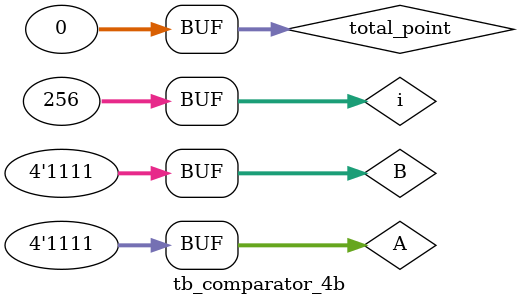
<source format=v>
module tb_comparator_4b;

wire less_or_eq;
reg [3:0] A, B;
integer i;

comparator_4b uut (
    .less_or_eq    (    less_or_eq    ),
    .A      (    A      ),
    .B (B)
);

parameter PERIOD = 4;
integer total_point = 0;

initial begin
    $dumpfile("db_tb_comparator_4b.vcd");
    $dumpvars(0, tb_comparator_4b);
    #(PERIOD/2);

    for (i=0; i<=2**8-1; i=i+1)begin
        A = i[3:0];
        B = i[7:4];
        #(PERIOD/2);
        
        if (A > B) begin
            if (less_or_eq == 0) total_point = total_point + 1;
        end
            
        else begin
            if (less_or_eq == 1) total_point = total_point + 1;
        end
        end
end

endmodule

</source>
